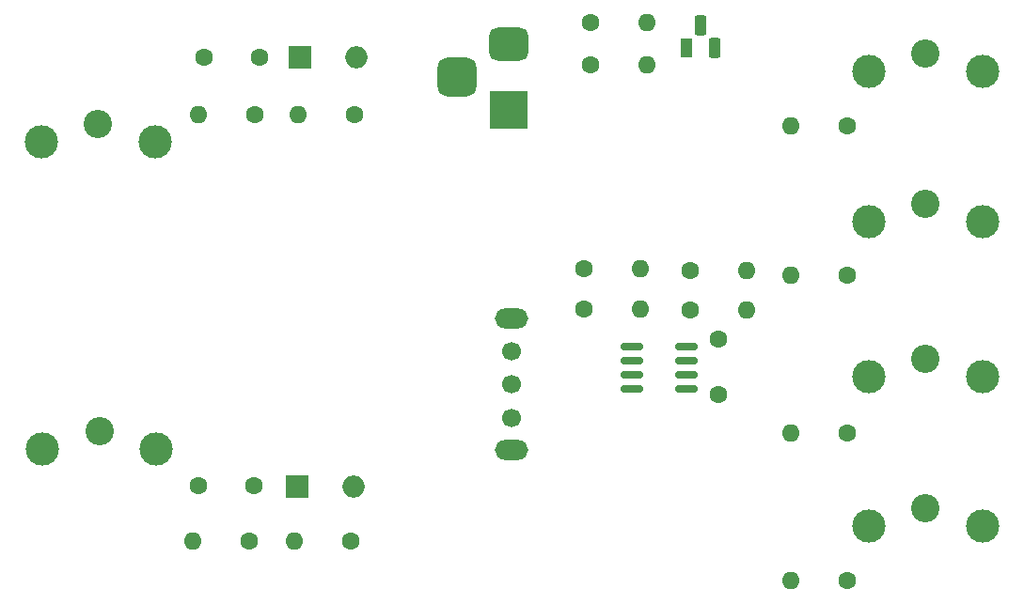
<source format=gbr>
%TF.GenerationSoftware,KiCad,Pcbnew,6.0.7*%
%TF.CreationDate,2023-10-05T16:11:41+13:00*%
%TF.ProjectId,_bisect_,5f626973-6563-4745-9f2e-6b696361645f,rev?*%
%TF.SameCoordinates,Original*%
%TF.FileFunction,Soldermask,Top*%
%TF.FilePolarity,Negative*%
%FSLAX46Y46*%
G04 Gerber Fmt 4.6, Leading zero omitted, Abs format (unit mm)*
G04 Created by KiCad (PCBNEW 6.0.7) date 2023-10-05 16:11:41*
%MOMM*%
%LPD*%
G01*
G04 APERTURE LIST*
G04 Aperture macros list*
%AMRoundRect*
0 Rectangle with rounded corners*
0 $1 Rounding radius*
0 $2 $3 $4 $5 $6 $7 $8 $9 X,Y pos of 4 corners*
0 Add a 4 corners polygon primitive as box body*
4,1,4,$2,$3,$4,$5,$6,$7,$8,$9,$2,$3,0*
0 Add four circle primitives for the rounded corners*
1,1,$1+$1,$2,$3*
1,1,$1+$1,$4,$5*
1,1,$1+$1,$6,$7*
1,1,$1+$1,$8,$9*
0 Add four rect primitives between the rounded corners*
20,1,$1+$1,$2,$3,$4,$5,0*
20,1,$1+$1,$4,$5,$6,$7,0*
20,1,$1+$1,$6,$7,$8,$9,0*
20,1,$1+$1,$8,$9,$2,$3,0*%
G04 Aperture macros list end*
%ADD10C,1.600000*%
%ADD11R,2.000000X2.000000*%
%ADD12O,2.000000X2.000000*%
%ADD13C,2.550000*%
%ADD14C,3.000000*%
%ADD15R,3.500000X3.500000*%
%ADD16RoundRect,0.750000X-1.000000X0.750000X-1.000000X-0.750000X1.000000X-0.750000X1.000000X0.750000X0*%
%ADD17RoundRect,0.875000X-0.875000X0.875000X-0.875000X-0.875000X0.875000X-0.875000X0.875000X0.875000X0*%
%ADD18O,1.600000X1.600000*%
%ADD19O,3.000000X1.800000*%
%ADD20C,1.700000*%
%ADD21RoundRect,0.150000X-0.825000X-0.150000X0.825000X-0.150000X0.825000X0.150000X-0.825000X0.150000X0*%
%ADD22R,1.100000X1.800000*%
%ADD23RoundRect,0.275000X-0.275000X-0.625000X0.275000X-0.625000X0.275000X0.625000X-0.275000X0.625000X0*%
G04 APERTURE END LIST*
D10*
%TO.C,C1*%
X122500000Y-55750000D03*
X117500000Y-55750000D03*
%TD*%
%TO.C,C2*%
X122000000Y-94300000D03*
X117000000Y-94300000D03*
%TD*%
D11*
%TO.C,D1*%
X126200000Y-55750000D03*
D12*
X131280000Y-55750000D03*
%TD*%
D11*
%TO.C,D2*%
X125900000Y-94400000D03*
D12*
X130980000Y-94400000D03*
%TD*%
D13*
%TO.C,J2*%
X108100000Y-89400000D03*
D14*
X102950000Y-91000000D03*
X113250000Y-91000000D03*
%TD*%
D13*
%TO.C,J3*%
X182500000Y-55400000D03*
D14*
X187650000Y-57000000D03*
X177350000Y-57000000D03*
%TD*%
D13*
%TO.C,J4*%
X182500000Y-68900000D03*
D14*
X187650000Y-70500000D03*
X177350000Y-70500000D03*
%TD*%
D13*
%TO.C,J6*%
X182500000Y-96400000D03*
D14*
X187650000Y-98000000D03*
X177350000Y-98000000D03*
%TD*%
D15*
%TO.C,J7*%
X145000000Y-60500000D03*
D16*
X145000000Y-54500000D03*
D17*
X140300000Y-57500000D03*
%TD*%
D10*
%TO.C,R1*%
X122100000Y-60850000D03*
D18*
X117020000Y-60850000D03*
%TD*%
D10*
%TO.C,R2*%
X131100000Y-60850000D03*
D18*
X126020000Y-60850000D03*
%TD*%
D10*
%TO.C,R3*%
X151700000Y-74800000D03*
D18*
X156780000Y-74800000D03*
%TD*%
D10*
%TO.C,R4*%
X151700000Y-78400000D03*
D18*
X156780000Y-78400000D03*
%TD*%
D10*
%TO.C,R5*%
X175400000Y-61900000D03*
D18*
X170320000Y-61900000D03*
%TD*%
D10*
%TO.C,R6*%
X175400000Y-75400000D03*
D18*
X170320000Y-75400000D03*
%TD*%
D10*
%TO.C,R7*%
X121600000Y-99300000D03*
D18*
X116520000Y-99300000D03*
%TD*%
D10*
%TO.C,R8*%
X130700000Y-99300000D03*
D18*
X125620000Y-99300000D03*
%TD*%
D10*
%TO.C,R9*%
X161300000Y-74900000D03*
D18*
X166380000Y-74900000D03*
%TD*%
D10*
%TO.C,R10*%
X161300000Y-78500000D03*
D18*
X166380000Y-78500000D03*
%TD*%
D10*
%TO.C,R12*%
X175400000Y-102900000D03*
D18*
X170320000Y-102900000D03*
%TD*%
D10*
%TO.C,R13*%
X152300000Y-52600000D03*
D18*
X157380000Y-52600000D03*
%TD*%
D10*
%TO.C,R14*%
X152300000Y-56400000D03*
D18*
X157380000Y-56400000D03*
%TD*%
D19*
%TO.C,SW1*%
X145250000Y-79300000D03*
X145250000Y-91100000D03*
D20*
X145200000Y-88200000D03*
X145200000Y-85200000D03*
X145200000Y-82200000D03*
%TD*%
D21*
%TO.C,U1*%
X156025000Y-81795000D03*
X156025000Y-83065000D03*
X156025000Y-84335000D03*
X156025000Y-85605000D03*
X160975000Y-85605000D03*
X160975000Y-84335000D03*
X160975000Y-83065000D03*
X160975000Y-81795000D03*
%TD*%
D22*
%TO.C,U2*%
X161000000Y-54900000D03*
D23*
X162270000Y-52830000D03*
X163540000Y-54900000D03*
%TD*%
D13*
%TO.C,J5*%
X182500000Y-82900000D03*
D14*
X187650000Y-84500000D03*
X177350000Y-84500000D03*
%TD*%
D10*
%TO.C,R11*%
X175400000Y-89600000D03*
D18*
X170320000Y-89600000D03*
%TD*%
D13*
%TO.C,J1*%
X108000000Y-61750000D03*
D14*
X102850000Y-63350000D03*
X113150000Y-63350000D03*
%TD*%
D10*
%TO.C,C3*%
X163800000Y-81100000D03*
X163800000Y-86100000D03*
%TD*%
M02*

</source>
